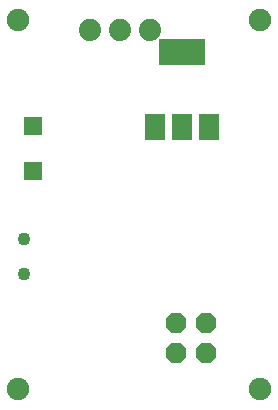
<source format=gbs>
G75*
%MOIN*%
%OFA0B0*%
%FSLAX25Y25*%
%IPPOS*%
%LPD*%
%AMOC8*
5,1,8,0,0,1.08239X$1,22.5*
%
%ADD10C,0.07493*%
%ADD11R,0.06700X0.08700*%
%ADD12R,0.15800X0.08700*%
%ADD13OC8,0.06800*%
%ADD14C,0.07400*%
%ADD15C,0.04343*%
%ADD16R,0.06312X0.06312*%
D10*
X0015580Y0014595D03*
X0096288Y0014595D03*
X0096288Y0137430D03*
X0015580Y0137430D03*
D11*
X0061322Y0101998D03*
X0070322Y0101998D03*
X0079322Y0101998D03*
D12*
X0070422Y0126798D03*
D13*
X0068257Y0036524D03*
X0068257Y0026524D03*
X0078257Y0026524D03*
X0078257Y0036524D03*
D14*
X0059635Y0134280D03*
X0049635Y0134280D03*
X0039635Y0134280D03*
D15*
X0017745Y0064595D03*
X0017745Y0052784D03*
D16*
X0020698Y0087233D03*
X0020698Y0102194D03*
M02*

</source>
